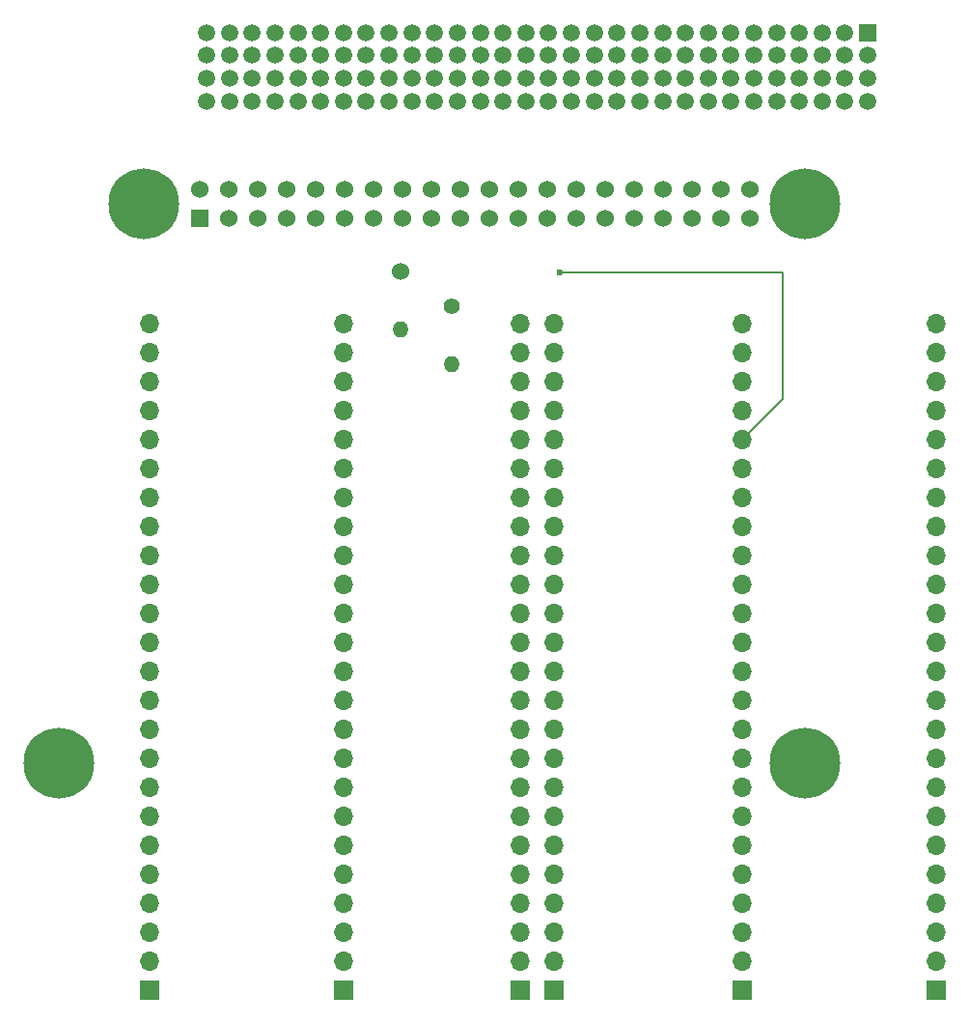
<source format=gbr>
%TF.GenerationSoftware,KiCad,Pcbnew,8.0.0*%
%TF.CreationDate,2025-01-10T02:25:12+02:00*%
%TF.ProjectId,diplomna_2024_pcb_layout,6469706c-6f6d-46e6-915f-323032345f70,rev?*%
%TF.SameCoordinates,Original*%
%TF.FileFunction,Copper,L3,Inr*%
%TF.FilePolarity,Positive*%
%FSLAX46Y46*%
G04 Gerber Fmt 4.6, Leading zero omitted, Abs format (unit mm)*
G04 Created by KiCad (PCBNEW 8.0.0) date 2025-01-10 02:25:12*
%MOMM*%
%LPD*%
G01*
G04 APERTURE LIST*
%TA.AperFunction,ComponentPad*%
%ADD10R,1.700000X1.700000*%
%TD*%
%TA.AperFunction,ComponentPad*%
%ADD11O,1.700000X1.700000*%
%TD*%
%TA.AperFunction,ComponentPad*%
%ADD12C,6.200000*%
%TD*%
%TA.AperFunction,ComponentPad*%
%ADD13R,1.524000X1.524000*%
%TD*%
%TA.AperFunction,ComponentPad*%
%ADD14C,1.524000*%
%TD*%
%TA.AperFunction,ComponentPad*%
%ADD15R,1.500000X1.500000*%
%TD*%
%TA.AperFunction,ComponentPad*%
%ADD16C,1.500000*%
%TD*%
%TA.AperFunction,ComponentPad*%
%ADD17O,1.400000X1.400000*%
%TD*%
%TA.AperFunction,ComponentPad*%
%ADD18C,1.400000*%
%TD*%
%TA.AperFunction,ViaPad*%
%ADD19C,0.600000*%
%TD*%
%TA.AperFunction,Conductor*%
%ADD20C,0.200000*%
%TD*%
G04 APERTURE END LIST*
D10*
%TO.N,I/O*%
%TO.C,REF\u002A\u002A*%
X186000000Y-138400000D03*
D11*
X186000000Y-135860000D03*
X186000000Y-133320000D03*
X186000000Y-130780000D03*
X186000000Y-128240000D03*
X186000000Y-125700000D03*
X186000000Y-123160000D03*
%TO.N,N/C*%
X186000000Y-120620000D03*
%TO.N,CS*%
X186000000Y-118080000D03*
X186000000Y-115540000D03*
X186000000Y-113000000D03*
X186000000Y-110460000D03*
X186000000Y-107920000D03*
%TO.N,N/C*%
X186000000Y-105380000D03*
%TO.N,analog*%
X186000000Y-102840000D03*
X186000000Y-100300000D03*
%TO.N,CS*%
X186000000Y-97760000D03*
%TO.N,miso*%
X186000000Y-95220000D03*
%TO.N,mosi*%
X186000000Y-92680000D03*
%TO.N,scl*%
X186000000Y-90140000D03*
%TO.N,N/C*%
X186000000Y-87600000D03*
%TO.N,sda_i2c*%
X186000000Y-85060000D03*
%TO.N,scl_i2c*%
X186000000Y-82520000D03*
%TO.N,VDD*%
X186000000Y-79980000D03*
%TD*%
D12*
%TO.N,GND*%
%TO.C,*%
X161000000Y-118500000D03*
%TD*%
D13*
%TO.N,3.3v*%
%TO.C,REF\u002A\u002A*%
X173370000Y-70770000D03*
D14*
%TO.N,VDD*%
X173370000Y-68230000D03*
%TO.N,sda_i2c*%
X175910000Y-70770000D03*
%TO.N,VDD*%
X175910000Y-68230000D03*
%TO.N,scl_i2c*%
X178450000Y-70770000D03*
%TO.N,GND*%
X178450000Y-68230000D03*
%TO.N,N/C*%
X180990000Y-70770000D03*
%TO.N,tx*%
X180990000Y-68230000D03*
%TO.N,GND*%
X183530000Y-70770000D03*
%TO.N,rx*%
X183530000Y-68230000D03*
%TO.N,N/C*%
X186070000Y-70770000D03*
X186070000Y-68230000D03*
X188610000Y-70770000D03*
%TO.N,GND*%
X188610000Y-68230000D03*
%TO.N,N/C*%
X191150000Y-70770000D03*
%TO.N,I/O*%
X191150000Y-68230000D03*
%TO.N,N/C*%
X193690000Y-70770000D03*
%TO.N,I/O*%
X193690000Y-68230000D03*
%TO.N,mosi*%
X196230000Y-70770000D03*
%TO.N,GND*%
X196230000Y-68230000D03*
%TO.N,miso*%
X198770000Y-70770000D03*
%TO.N,I/O*%
X198770000Y-68230000D03*
%TO.N,scl*%
X201310000Y-70770000D03*
%TO.N,I/O*%
X201310000Y-68230000D03*
%TO.N,GND*%
X203850000Y-70770000D03*
%TO.N,I/O*%
X203850000Y-68230000D03*
%TO.N,N/C*%
X206390000Y-70770000D03*
%TO.N,I/O*%
X206390000Y-68230000D03*
%TO.N,N/C*%
X208930000Y-70770000D03*
%TO.N,GND*%
X208930000Y-68230000D03*
%TO.N,N/C*%
X211470000Y-70770000D03*
X211470000Y-68230000D03*
X214010000Y-70770000D03*
%TO.N,GND*%
X214010000Y-68230000D03*
%TO.N,N/C*%
X216550000Y-70770000D03*
%TO.N,I/O*%
X216550000Y-68230000D03*
%TO.N,N/C*%
X219090000Y-70770000D03*
%TO.N,I/O*%
X219090000Y-68230000D03*
%TO.N,GND*%
X221630000Y-70770000D03*
%TO.N,I/O*%
X221630000Y-68230000D03*
D12*
%TO.N,GND*%
X168500000Y-69500000D03*
X226500000Y-69500000D03*
X226500000Y-118500000D03*
%TD*%
D10*
%TO.N,N/C*%
%TO.C,REF\u002A\u002A*%
X238000000Y-138400000D03*
D11*
X238000000Y-135860000D03*
X238000000Y-133320000D03*
X238000000Y-130780000D03*
X238000000Y-128240000D03*
X238000000Y-125700000D03*
X238000000Y-123160000D03*
X238000000Y-120620000D03*
X238000000Y-118080000D03*
X238000000Y-115540000D03*
X238000000Y-113000000D03*
X238000000Y-110460000D03*
X238000000Y-107920000D03*
X238000000Y-105380000D03*
X238000000Y-102840000D03*
X238000000Y-100300000D03*
X238000000Y-97760000D03*
X238000000Y-95220000D03*
X238000000Y-92680000D03*
X238000000Y-90140000D03*
X238000000Y-87600000D03*
X238000000Y-85060000D03*
X238000000Y-82520000D03*
%TO.N,VDD*%
X238000000Y-79980000D03*
%TD*%
D10*
%TO.N,I/O*%
%TO.C,REF\u002A\u002A*%
X204500000Y-138400000D03*
D11*
X204500000Y-135860000D03*
X204500000Y-133320000D03*
X204500000Y-130780000D03*
X204500000Y-128240000D03*
X204500000Y-125700000D03*
X204500000Y-123160000D03*
%TO.N,N/C*%
X204500000Y-120620000D03*
%TO.N,CS*%
X204500000Y-118080000D03*
X204500000Y-115540000D03*
X204500000Y-113000000D03*
X204500000Y-110460000D03*
X204500000Y-107920000D03*
%TO.N,N/C*%
X204500000Y-105380000D03*
%TO.N,analog*%
X204500000Y-102840000D03*
X204500000Y-100300000D03*
%TO.N,N/C*%
X204500000Y-97760000D03*
%TO.N,miso*%
X204500000Y-95220000D03*
%TO.N,mosi*%
X204500000Y-92680000D03*
%TO.N,scl*%
X204500000Y-90140000D03*
%TO.N,N/C*%
X204500000Y-87600000D03*
%TO.N,sda_i2c*%
X204500000Y-85060000D03*
%TO.N,scl_i2c*%
X204500000Y-82520000D03*
%TO.N,N/C*%
X204500000Y-79980000D03*
%TD*%
D10*
%TO.N,I/O*%
%TO.C,REF\u002A\u002A*%
X201500000Y-138400000D03*
D11*
X201500000Y-135860000D03*
X201500000Y-133320000D03*
X201500000Y-130780000D03*
X201500000Y-128240000D03*
X201500000Y-125700000D03*
X201500000Y-123160000D03*
%TO.N,N/C*%
X201500000Y-120620000D03*
%TO.N,CS*%
X201500000Y-118080000D03*
X201500000Y-115540000D03*
X201500000Y-113000000D03*
X201500000Y-110460000D03*
X201500000Y-107920000D03*
%TO.N,N/C*%
X201500000Y-105380000D03*
%TO.N,analog*%
X201500000Y-102840000D03*
X201500000Y-100300000D03*
%TO.N,N/C*%
X201500000Y-97760000D03*
%TO.N,miso*%
X201500000Y-95220000D03*
%TO.N,mosi*%
X201500000Y-92680000D03*
%TO.N,scl*%
X201500000Y-90140000D03*
%TO.N,N/C*%
X201500000Y-87600000D03*
%TO.N,sda_i2c*%
X201500000Y-85060000D03*
%TO.N,scl_i2c*%
X201500000Y-82520000D03*
%TO.N,N/C*%
X201500000Y-79980000D03*
%TD*%
D10*
%TO.N,N/C*%
%TO.C,REF\u002A\u002A*%
X169000000Y-138400000D03*
D11*
X169000000Y-135860000D03*
X169000000Y-133320000D03*
X169000000Y-130780000D03*
X169000000Y-128240000D03*
X169000000Y-125700000D03*
X169000000Y-123160000D03*
X169000000Y-120620000D03*
X169000000Y-118080000D03*
X169000000Y-115540000D03*
X169000000Y-113000000D03*
X169000000Y-110460000D03*
X169000000Y-107920000D03*
X169000000Y-105380000D03*
X169000000Y-102840000D03*
X169000000Y-100300000D03*
X169000000Y-97760000D03*
X169000000Y-95220000D03*
X169000000Y-92680000D03*
X169000000Y-90140000D03*
X169000000Y-87600000D03*
X169000000Y-85060000D03*
X169000000Y-82520000D03*
%TO.N,GND*%
X169000000Y-79980000D03*
%TD*%
D15*
%TO.N,N/C*%
%TO.C,J\u002A\u002A*%
X232000000Y-54500000D03*
D16*
X230000000Y-54500000D03*
X228000000Y-54500000D03*
X226000000Y-54500000D03*
X224000000Y-54500000D03*
X222000000Y-54500000D03*
X220000000Y-54500000D03*
X218000000Y-54500000D03*
X216000000Y-54500000D03*
X214000000Y-54500000D03*
X212000000Y-54500000D03*
X210000000Y-54500000D03*
X208000000Y-54500000D03*
X206000000Y-54500000D03*
X204000000Y-54500000D03*
X202000000Y-54500000D03*
X200000000Y-54500000D03*
X198000000Y-54500000D03*
X196000000Y-54500000D03*
X194000000Y-54500000D03*
X192000000Y-54500000D03*
X190000000Y-54500000D03*
X188000000Y-54500000D03*
X186000000Y-54500000D03*
X184000000Y-54500000D03*
X182000000Y-54500000D03*
X180000000Y-54500000D03*
X178000000Y-54500000D03*
X176000000Y-54500000D03*
%TO.N,GND*%
X174000000Y-54500000D03*
%TO.N,N/C*%
X232000000Y-56500000D03*
X230000000Y-56500000D03*
X228000000Y-56500000D03*
X226000000Y-56500000D03*
X224000000Y-56500000D03*
X222000000Y-56500000D03*
X220000000Y-56500000D03*
X218000000Y-56500000D03*
X216000000Y-56500000D03*
X214000000Y-56500000D03*
X212000000Y-56500000D03*
X210000000Y-56500000D03*
X208000000Y-56500000D03*
X206000000Y-56500000D03*
X204000000Y-56500000D03*
X202000000Y-56500000D03*
X200000000Y-56500000D03*
X198000000Y-56500000D03*
X196000000Y-56500000D03*
X194000000Y-56500000D03*
X192000000Y-56500000D03*
X190000000Y-56500000D03*
X188000000Y-56500000D03*
X186000000Y-56500000D03*
X184000000Y-56500000D03*
X182000000Y-56500000D03*
X180000000Y-56500000D03*
X178000000Y-56500000D03*
X176000000Y-56500000D03*
%TO.N,3.3v*%
X174000000Y-56500000D03*
%TO.N,N/C*%
X232000000Y-58500000D03*
X230000000Y-58500000D03*
X228000000Y-58500000D03*
X226000000Y-58500000D03*
X224000000Y-58500000D03*
X222000000Y-58500000D03*
X220000000Y-58500000D03*
X218000000Y-58500000D03*
X216000000Y-58500000D03*
X214000000Y-58500000D03*
X212000000Y-58500000D03*
X210000000Y-58500000D03*
X208000000Y-58500000D03*
X206000000Y-58500000D03*
X204000000Y-58500000D03*
X202000000Y-58500000D03*
X200000000Y-58500000D03*
X198000000Y-58500000D03*
X196000000Y-58500000D03*
X194000000Y-58500000D03*
X192000000Y-58500000D03*
X190000000Y-58500000D03*
X188000000Y-58500000D03*
X186000000Y-58500000D03*
X184000000Y-58500000D03*
X182000000Y-58500000D03*
X180000000Y-58500000D03*
X178000000Y-58500000D03*
X176000000Y-58500000D03*
%TO.N,VDD*%
X174000000Y-58500000D03*
%TO.N,N/C*%
X232000000Y-60500000D03*
X230000000Y-60500000D03*
X228000000Y-60500000D03*
X226000000Y-60500000D03*
X224000000Y-60500000D03*
X222000000Y-60500000D03*
X220000000Y-60500000D03*
X218000000Y-60500000D03*
X216000000Y-60500000D03*
%TO.N,I/O*%
X214000000Y-60500000D03*
X212000000Y-60500000D03*
X210000000Y-60500000D03*
%TO.N,N/C*%
X208000000Y-60500000D03*
X206000000Y-60500000D03*
X204000000Y-60500000D03*
X202000000Y-60500000D03*
%TO.N,I/O*%
X200000000Y-60500000D03*
X198000000Y-60500000D03*
X196000000Y-60500000D03*
X194000000Y-60500000D03*
X192000000Y-60500000D03*
X190000000Y-60500000D03*
%TO.N,N/C*%
X188000000Y-60500000D03*
%TO.N,rx*%
X186000000Y-60500000D03*
%TO.N,tx*%
X184000000Y-60500000D03*
%TO.N,N/C*%
X182000000Y-60500000D03*
%TO.N,scl_i2c*%
X180000000Y-60500000D03*
%TO.N,sda_i2c*%
X178000000Y-60500000D03*
%TO.N,N/C*%
X176000000Y-60500000D03*
%TO.N,VDD*%
X174000000Y-60500000D03*
%TD*%
D14*
%TO.N,VDD*%
%TO.C,REF\u002A\u002A*%
X191000000Y-75460000D03*
D17*
%TO.N,scl_i2c*%
X191000000Y-80540000D03*
%TD*%
D18*
%TO.N,VDD*%
%TO.C,REF\u002A\u002A*%
X195500000Y-78460000D03*
D17*
%TO.N,sda_i2c*%
X195500000Y-83540000D03*
%TD*%
D10*
%TO.N,I/O*%
%TO.C,REF\u002A\u002A*%
X221000000Y-138400000D03*
D11*
X221000000Y-135860000D03*
X221000000Y-133320000D03*
X221000000Y-130780000D03*
X221000000Y-128240000D03*
X221000000Y-125700000D03*
X221000000Y-123160000D03*
%TO.N,N/C*%
X221000000Y-120620000D03*
%TO.N,CS*%
X221000000Y-118080000D03*
X221000000Y-115540000D03*
X221000000Y-113000000D03*
X221000000Y-110460000D03*
X221000000Y-107920000D03*
%TO.N,N/C*%
X221000000Y-105380000D03*
%TO.N,analog*%
X221000000Y-102840000D03*
X221000000Y-100300000D03*
%TO.N,CS*%
X221000000Y-97760000D03*
%TO.N,miso*%
X221000000Y-95220000D03*
%TO.N,mosi*%
X221000000Y-92680000D03*
%TO.N,scl*%
X221000000Y-90140000D03*
%TO.N,N/C*%
X221000000Y-87600000D03*
%TO.N,sda_i2c*%
X221000000Y-85060000D03*
%TO.N,scl_i2c*%
X221000000Y-82520000D03*
%TO.N,GND*%
X221000000Y-79980000D03*
%TD*%
D19*
%TO.N,scl*%
X205000000Y-75500000D03*
%TD*%
D20*
%TO.N,scl*%
X224500000Y-86640000D02*
X221000000Y-90140000D01*
X205000000Y-75500000D02*
X224500000Y-75500000D01*
X224500000Y-75500000D02*
X224500000Y-86640000D01*
%TD*%
M02*

</source>
